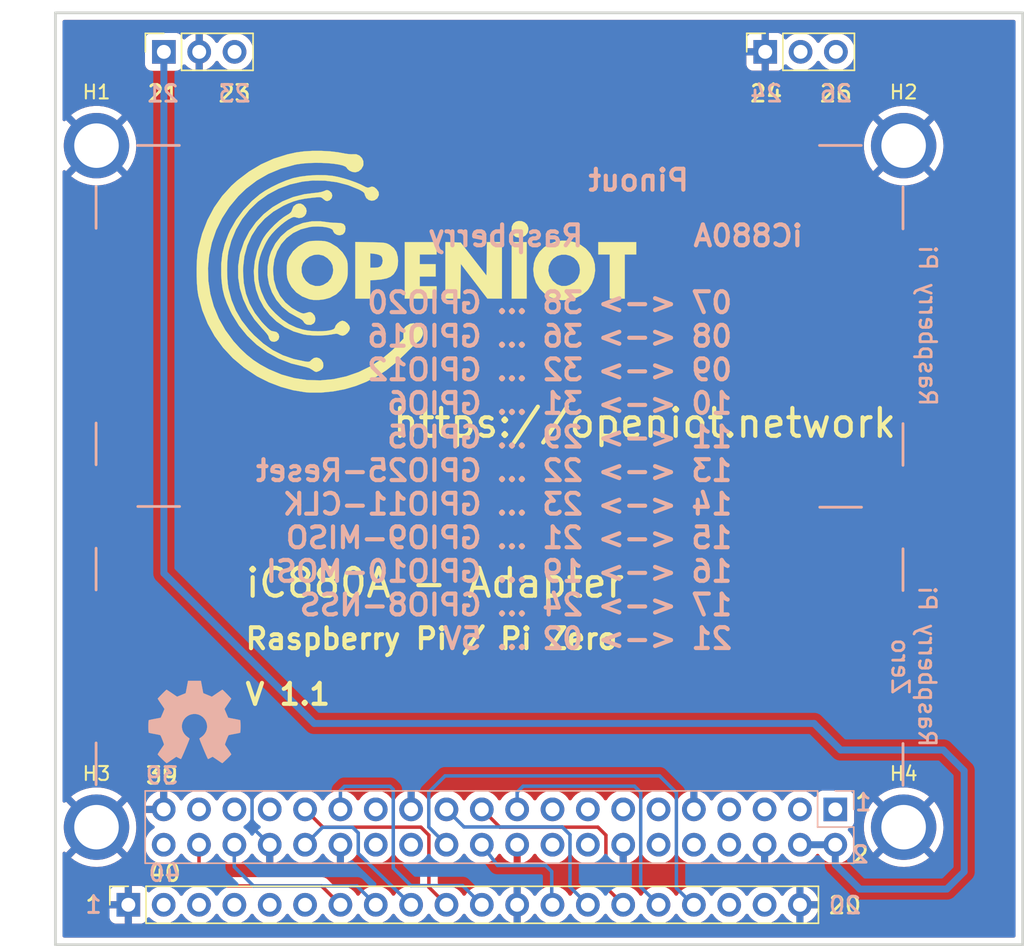
<source format=kicad_pcb>
(kicad_pcb (version 20211014) (generator pcbnew)
  (layers (0 "F.Cu" signal) (31 "B.Cu" signal) (34 "B.Paste" user) (35 "F.Paste" user) (36 "B.SilkS" user "B.Silkscreen") (37 "F.SilkS" user "F.Silkscreen") (38 "B.Mask" user) (39 "F.Mask" user) (44 "Edge.Cuts" user))
  (net 0 "")
  (net 1 "+5V")
  (net 2 "GND")
  (net 3 "GPIO25")
  (net 4 "GPIO5")
  (net 5 "GPIO6")
  (net 6 "GPIO12")
  (net 7 "GPIO16")
  (net 8 "GPIO20")
  (net 9 "GPIO10_SPI0_MOSI")
  (net 10 "GPIO9_SPI0_MISO")
  (net 11 "GPIO11_SPI0_SCLK")
  (net 12 "GPIO8_SPI0_CS0")
  (footprint "Logos:OpenIoT_Logo_400x400" (layer "F.Cu") (at 102.456 146.237)
    (fp_text reference "G***" hide)
    (fp_text value "LOGO" hide)
    (fp_poly (pts (xy -8.154565 -4.792206) (xy -8.076059 -4.730732) (xy -7.923388 -4.537967) (xy -7.876176 -4.329885) (xy -7.919095 -4.130408) (xy -8.036817 -3.963458) (xy -8.214015 -3.852959) (xy -8.435361 -3.822833) (xy -8.627538 -3.869995) (xy -8.732261 -3.902194) (xy -8.835787 -3.895681) (xy -8.972445 -3.840889) (xy -9.176563 -3.728248) (xy -9.213681 -3.706613) (xy -9.438195 -3.554701) (xy -9.705861 -3.342818) (xy -9.974717 -3.10525) (xy -10.107973 -2.975976) (xy -10.382993 -2.68141) (xy -10.592339 -2.410526) (xy -10.772831 -2.112012) (xy -10.885475 -1.892426) (xy -11.100322 -1.416369) (xy -11.244432 -0.993617) (xy -11.328636 -0.580135) (xy -11.363764 -0.131884) (xy -11.3665 0.0635) (xy -11.344578 0.567736) (xy -11.271098 1.017097) (xy -11.134489 1.46006) (xy -10.923182 1.945103) (xy -10.911827 1.9685) (xy -10.763442 2.250246) (xy -10.605903 2.491426) (xy -10.410698 2.730196) (xy -10.149312 3.004717) (xy -10.102833 3.051139) (xy -9.622281 3.48057) (xy -9.140464 3.805817) (xy -8.625015 4.04583) (xy -8.152798 4.192778) (xy -7.818665 4.259369) (xy -7.455097 4.300262) (xy -7.083381 4.316768) (xy -6.724802 4.310201) (xy -6.400648 4.28187) (xy -6.132206 4.23309) (xy -5.940761 4.165171) (xy -5.847601 4.079425) (xy -5.842 4.050349) (xy -5.78942 3.902278) (xy -5.658669 3.746014) (xy -5.490235 3.618637) (xy -5.324602 3.557229) (xy -5.302251 3.556) (xy -5.121746 3.610208) (xy -4.945007 3.746198) (xy -4.811986 3.924016) (xy -4.7625 4.09575) (xy -4.813984 4.267148) (xy -4.942567 4.441028) (xy -5.109448 4.577171) (xy -5.275824 4.635358) (xy -5.283237 4.6355) (xy -5.457587 4.598594) (xy -5.558028 4.547746) (xy -5.646514 4.503086) (xy -5.760694 4.492225) (xy -5.937441 4.515072) (xy -6.096033 4.546422) (xy -6.468609 4.599359) (xy -6.911386 4.623997) (xy -7.373485 4.62044) (xy -7.804028 4.588794) (xy -8.09625 4.542303) (xy -8.816271 4.325402) (xy -9.46604 4.010647) (xy -10.04108 3.608823) (xy -10.536917 3.130713) (xy -10.949076 2.587104) (xy -11.273079 1.988779) (xy -11.504453 1.346523) (xy -11.638722 0.671121) (xy -11.67141 -0.026642) (xy -11.598042 -0.735983) (xy -11.414142 -1.446115) (xy -11.115236 -2.146255) (xy -10.976268 -2.397773) (xy -10.776684 -2.683911) (xy -10.502073 -3.005984) (xy -10.183365 -3.333442) (xy -9.851487 -3.635737) (xy -9.537368 -3.882316) (xy -9.354151 -4.000066) (xy -9.135308 -4.13352) (xy -9.006708 -4.242651) (xy -8.941917 -4.353301) (xy -8.924679 -4.419973) (xy -8.823642 -4.657811) (xy -8.627626 -4.812202) (xy -8.468767 -4.862622) (xy -8.307887 -4.866425) (xy -8.154565 -4.792206)) (layer "F.SilkS") (width 0.01) (fill solid))
    (fp_poly (pts (xy 7.9375 1.9685) (xy 6.858 1.9685) (xy 6.858 -2.0955) (xy 7.9375 -2.0955) (xy 7.9375 1.9685)) (layer "F.SilkS") (width 0.01) (fill solid))
    (fp_poly (pts (xy -6.198388 -8.623056) (xy -5.621992 -8.554051) (xy -5.404299 -8.513908) (xy -5.111707 -8.459655) (xy -4.848587 -8.423334) (xy -4.650018 -8.40913) (xy -4.569502 -8.414299) (xy -4.308308 -8.414566) (xy -4.077428 -8.313819) (xy -3.899493 -8.136853) (xy -3.797137 -7.908467) (xy -3.792993 -7.653456) (xy -3.81147 -7.583798) (xy -3.94228 -7.348486) (xy -4.139983 -7.182211) (xy -4.370532 -7.112585) (xy -4.393217 -7.112001) (xy -4.610749 -7.147854) (xy -4.812092 -7.239511) (xy -4.951883 -7.363117) (xy -4.982301 -7.421782) (xy -5.075012 -7.518353) (xy -5.275893 -7.602377) (xy -5.566624 -7.67271) (xy -5.928887 -7.728211) (xy -6.344366 -7.767738) (xy -6.794742 -7.790149) (xy -7.261696 -7.794302) (xy -7.726912 -7.779056) (xy -8.17207 -7.743267) (xy -8.578854 -7.685795) (xy -8.73125 -7.655488) (xy -9.715138 -7.379749) (xy -10.626655 -6.999812) (xy -11.46695 -6.515038) (xy -12.237172 -5.924787) (xy -12.786093 -5.394954) (xy -13.428685 -4.624257) (xy -13.959279 -3.803846) (xy -14.37799 -2.943293) (xy -14.684933 -2.052175) (xy -14.880225 -1.140064) (xy -14.96398 -0.216535) (xy -14.936313 0.708837) (xy -14.79734 1.626478) (xy -14.547176 2.526814) (xy -14.185937 3.40027) (xy -13.713738 4.237273) (xy -13.130694 5.028247) (xy -12.65423 5.551882) (xy -12.179889 6.001044) (xy -11.712307 6.375467) (xy -11.208632 6.706) (xy -10.62601 7.02349) (xy -10.57275 7.050226) (xy -9.682442 7.42582) (xy -8.764447 7.682387) (xy -7.829651 7.821904) (xy -6.888936 7.846347) (xy -5.953188 7.757692) (xy -5.03329 7.557913) (xy -4.140128 7.248986) (xy -3.284585 6.832888) (xy -2.477545 6.311593) (xy -1.729894 5.687077) (xy -1.433199 5.391315) (xy -0.913664 4.84538) (xy -0.917207 4.481346) (xy -0.912234 4.265115) (xy -0.879871 4.126383) (xy -0.801875 4.015976) (xy -0.713374 3.931906) (xy -0.460591 3.778954) (xy -0.192057 3.736567) (xy 0.064695 3.797184) (xy 0.282133 3.953244) (xy 0.432723 4.197187) (xy 0.451164 4.251704) (xy 0.490381 4.435345) (xy 0.469454 4.58911) (xy 0.405067 4.739921) (xy 0.299801 4.909122) (xy 0.184919 5.029585) (xy 0.155968 5.047748) (xy 0.07092 5.112078) (xy -0.085932 5.251611) (xy -0.297773 5.450579) (xy -0.547788 5.693215) (xy -0.796532 5.940918) (xy -1.48422 6.587752) (xy -2.163616 7.127901) (xy -2.859277 7.57736) (xy -3.59576 7.952121) (xy -4.337787 8.247256) (xy -5.1371 8.481178) (xy -5.984594 8.642028) (xy -6.839811 8.724772) (xy -7.662292 8.724373) (xy -7.973615 8.699747) (xy -8.838085 8.557436) (xy -9.721481 8.315068) (xy -10.584863 7.985637) (xy -11.389289 7.582135) (xy -11.478202 7.530422) (xy -12.377144 6.929949) (xy -13.180769 6.249053) (xy -13.885682 5.49244) (xy -14.48849 4.664814) (xy -14.985797 3.770881) (xy -15.374208 2.815346) (xy -15.650328 1.802914) (xy -15.666164 1.726071) (xy -15.722269 1.347882) (xy -15.760394 0.881909) (xy -15.780541 0.362305) (xy -15.782718 -0.176777) (xy -15.766929 -0.701183) (xy -15.733179 -1.176761) (xy -15.681474 -1.569355) (xy -15.665645 -1.651) (xy -15.385309 -2.704936) (xy -15.005178 -3.683844) (xy -14.526627 -4.585339) (xy -13.95103 -5.407033) (xy -13.279761 -6.146541) (xy -12.85875 -6.527095) (xy -12.019525 -7.165261) (xy -11.154522 -7.684792) (xy -10.246877 -8.093742) (xy -9.279729 -8.400161) (xy -8.636 -8.54348) (xy -8.096593 -8.617534) (xy -7.480589 -8.655208) (xy -6.832887 -8.656912) (xy -6.198388 -8.623056)) (layer "F.SilkS") (width 0.01) (fill solid))
    (fp_poly (pts (xy -6.804247 -2.185182) (xy -6.580316 -2.165579) (xy -6.39727 -2.123362) (xy -6.212168 -2.051099) (xy -6.15188 -2.023418) (xy -5.68386 -1.739506) (xy -5.31058 -1.371365) (xy -5.107818 -1.067026) (xy -5.018749 -0.894538) (xy -4.963502 -0.742574) (xy -4.93415 -0.57116) (xy -4.922769 -0.340323) (xy -4.92125 -0.126037) (xy -4.925047 0.170669) (xy -4.94246 0.384888) (xy -4.982527 0.561047) (xy -5.054283 0.743577) (xy -5.130787 0.904177) (xy -5.402847 1.331531) (xy -5.752941 1.660219) (xy -6.188848 1.897374) (xy -6.232826 1.914575) (xy -6.597051 2.015151) (xy -7.00014 2.065724) (xy -7.389946 2.062781) (xy -7.6835 2.012294) (xy -8.200875 1.807475) (xy -8.624179 1.518496) (xy -8.956892 1.142519) (xy -9.138011 0.8255) (xy -9.222219 0.62581) (xy -9.272298 0.437243) (xy -9.296418 0.214134) (xy -9.302749 -0.089185) (xy -9.30275 -0.09525) (xy -9.299849 -0.257903) (xy -8.242887 -0.257903) (xy -8.23328 0.073631) (xy -8.129204 0.397777) (xy -7.941292 0.68469) (xy -7.680176 0.90453) (xy -7.609315 0.943246) (xy -7.264222 1.060506) (xy -6.930184 1.057349) (xy -6.68366 0.981828) (xy -6.355655 0.781657) (xy -6.122419 0.501461) (xy -5.993063 0.154982) (xy -5.969 -0.095874) (xy -6.009382 -0.415655) (xy -6.141745 -0.687093) (xy -6.377149 -0.939942) (xy -6.675377 -1.124322) (xy -7.006888 -1.201342) (xy -7.346393 -1.176331) (xy -7.668603 -1.054616) (xy -7.948231 -0.841525) (xy -8.147392 -0.566985) (xy -8.242887 -0.257903) (xy -9.299849 -0.257903) (xy -9.297442 -0.392831) (xy -9.275715 -0.609227) (xy -9.228868 -0.790019) (xy -9.148199 -0.980788) (xy -9.124255 -1.03024) (xy -8.853013 -1.439624) (xy -8.475803 -1.782243) (xy -8.0645 -2.022891) (xy -7.873039 -2.104752) (xy -7.693235 -2.154777) (xy -7.482436 -2.180433) (xy -7.19799 -2.189185) (xy -7.112 -2.189603) (xy -6.804247 -2.185182)) (layer "F.SilkS") (width 0.01) (fill solid))
    (fp_poly (pts (xy 10.922399 -2.187085) (xy 11.375845 -2.088459) (xy 11.801895 -1.903433) (xy 12.183533 -1.632212) (xy 12.503742 -1.275002) (xy 12.715412 -0.902794) (xy 12.83509 -0.487413) (xy 12.854848 -0.031176) (xy 12.780276 0.43608) (xy 12.616962 0.884523) (xy 12.370496 1.284317) (xy 12.287042 1.383818) (xy 11.934568 1.685644) (xy 11.505042 1.908098) (xy 11.026785 2.042695) (xy 10.528118 2.080956) (xy 10.118327 2.033327) (xy 9.646576 1.870287) (xy 9.221836 1.60109) (xy 8.867104 1.244291) (xy 8.605376 0.81844) (xy 8.601302 0.809464) (xy 8.455343 0.352717) (xy 8.417521 -0.031496) (xy 9.4893 -0.031496) (xy 9.573975 0.31785) (xy 9.775264 0.648393) (xy 9.821672 0.702228) (xy 10.111858 0.940134) (xy 10.438204 1.058737) (xy 10.788288 1.05518) (xy 11.034297 0.981219) (xy 11.374789 0.780996) (xy 11.610199 0.509673) (xy 11.739259 0.169143) (xy 11.765642 -0.108683) (xy 11.710948 -0.451429) (xy 11.560999 -0.737357) (xy 11.337 -0.960312) (xy 11.060154 -1.114139) (xy 10.751662 -1.192684) (xy 10.432729 -1.189792) (xy 10.124557 -1.099308) (xy 9.848349 -0.915078) (xy 9.677104 -0.714927) (xy 9.523067 -0.381726) (xy 9.4893 -0.031496) (xy 8.417521 -0.031496) (xy 8.408016 -0.128051) (xy 8.45977 -0.596717) (xy 8.579335 -0.952887) (xy 8.839809 -1.376993) (xy 9.174986 -1.713461) (xy 9.56785 -1.962498) (xy 10.001385 -2.124311) (xy 10.458573 -2.199104) (xy 10.922399 -2.187085)) (layer "F.SilkS") (width 0.01) (fill solid))
    (fp_poly (pts (xy -6.536195 -6.908646) (xy -6.025846 -6.862345) (xy -5.639546 -6.788668) (xy -5.200601 -6.675611) (xy -4.748703 -6.535929) (xy -4.323545 -6.382379) (xy -3.964819 -6.227717) (xy -3.824337 -6.154838) (xy -3.61608 -6.048119) (xy -3.477755 -6.008238) (xy -3.377216 -6.026477) (xy -3.368137 -6.03109) (xy -3.188385 -6.09045) (xy -3.024855 -6.04963) (xy -2.852616 -5.910385) (xy -2.703081 -5.698501) (xy -2.680308 -5.486436) (xy -2.784102 -5.270631) (xy -2.815701 -5.231708) (xy -2.99994 -5.1008) (xy -3.21298 -5.069672) (xy -3.421115 -5.127549) (xy -3.590643 -5.263657) (xy -3.68786 -5.467221) (xy -3.695412 -5.512942) (xy -3.728854 -5.612178) (xy -3.819145 -5.704099) (xy -3.99014 -5.808633) (xy -4.142081 -5.88603) (xy -4.901536 -6.19275) (xy -5.722402 -6.403442) (xy -6.579027 -6.514538) (xy -7.445756 -6.522468) (xy -8.16768 -6.446012) (xy -9.062768 -6.240798) (xy -9.899366 -5.928728) (xy -10.670272 -5.51658) (xy -11.368282 -5.011127) (xy -11.986192 -4.419145) (xy -12.516801 -3.747411) (xy -12.952904 -3.002699) (xy -13.287299 -2.191785) (xy -13.489361 -1.440238) (xy -13.544308 -1.065632) (xy -13.577405 -0.607142) (xy -13.588666 -0.105987) (xy -13.578107 0.396612) (xy -13.54574 0.859438) (xy -13.49158 1.241269) (xy -13.488443 1.256802) (xy -13.269046 2.079237) (xy -12.958799 2.832663) (xy -12.54769 3.535314) (xy -12.025707 4.205427) (xy -11.650839 4.60375) (xy -10.989626 5.197002) (xy -10.30655 5.672858) (xy -9.583072 6.040879) (xy -8.800652 6.310624) (xy -8.011692 6.480397) (xy -7.810928 6.507785) (xy -7.689205 6.499724) (xy -7.601033 6.445671) (xy -7.529617 6.368681) (xy -7.348029 6.233548) (xy -7.150458 6.202562) (xy -6.960349 6.259145) (xy -6.801146 6.386718) (xy -6.696293 6.568705) (xy -6.669234 6.788526) (xy -6.706946 6.950405) (xy -6.795948 7.055602) (xy -6.952845 7.158828) (xy -7.122246 7.22761) (xy -7.199225 7.239) (xy -7.306777 7.20048) (xy -7.4503 7.105741) (xy -7.475344 7.085362) (xy -7.676658 6.969175) (xy -7.954622 6.879992) (xy -8.038652 6.862687) (xy -8.984822 6.629348) (xy -9.875238 6.285402) (xy -10.702565 5.836398) (xy -11.459471 5.287888) (xy -12.13862 4.64542) (xy -12.732678 3.914546) (xy -13.234312 3.100815) (xy -13.373196 2.82575) (xy -13.618213 2.276109) (xy -13.79392 1.778962) (xy -13.91174 1.288769) (xy -13.983096 0.759987) (xy -14.014865 0.267679) (xy -14.013172 -0.530128) (xy -13.932583 -1.258472) (xy -13.765984 -1.952662) (xy -13.506257 -2.648006) (xy -13.36582 -2.95275) (xy -12.94432 -3.692769) (xy -12.41957 -4.39941) (xy -11.815236 -5.043921) (xy -11.242744 -5.532037) (xy -10.861893 -5.78892) (xy -10.397194 -6.051736) (xy -9.889202 -6.300849) (xy -9.37847 -6.516627) (xy -8.90555 -6.679433) (xy -8.8265 -6.70189) (xy -8.321273 -6.808643) (xy -7.73997 -6.880472) (xy -7.129357 -6.9147) (xy -6.536195 -6.908646)) (layer "F.SilkS") (width 0.01) (fill solid))
    (fp_poly (pts (xy 2.646061 -2.082098) (xy 3.196623 -2.06375) (xy 4.122436 -0.876216) (xy 5.04825 0.311319) (xy 5.065496 -0.892091) (xy 5.082742 -2.0955) (xy 6.1595 -2.0955) (xy 6.1595 1.9685) (xy 5.11175 1.964444) (xy 4.15925 0.72183) (xy 3.20675 -0.520785) (xy 3.189532 0.723857) (xy 3.172315 1.9685) (xy 2.0955 1.9685) (xy 2.0955 -2.100445) (xy 2.646061 -2.082098)) (layer "F.SilkS") (width 0.01) (fill solid))
    (fp_poly (pts (xy 7.589731 -3.598713) (xy 7.796439 -3.508243) (xy 7.959792 -3.352892) (xy 8.052783 -3.137258) (xy 8.0645 -3.01625) (xy 8.008678 -2.773042) (xy 7.861496 -2.580774) (xy 7.653381 -2.454368) (xy 7.414758 -2.408746) (xy 7.176054 -2.458832) (xy 7.064428 -2.52577) (xy 6.915258 -2.714758) (xy 6.847725 -2.966279) (xy 6.8695 -3.21978) (xy 6.979551 -3.434835) (xy 7.154279 -3.566609) (xy 7.366675 -3.619702) (xy 7.589731 -3.598713)) (layer "F.SilkS") (width 0.01) (fill solid))
    (fp_poly (pts (xy 1.4605 -1.2065) (xy 0.254 -1.2065) (xy 0.254 -0.508) (xy 1.397 -0.508) (xy 1.397 0.381) (xy 0.254 0.381) (xy 0.254 1.0795) (xy 1.4605 1.0795) (xy 1.4605 1.9685) (xy -0.8255 1.9685) (xy -0.8255 -2.0955) (xy 1.4605 -2.0955) (xy 1.4605 -1.2065)) (layer "F.SilkS") (width 0.01) (fill solid))
    (fp_poly (pts (xy -3.286125 -2.085909) (xy -2.88707 -2.077086) (xy -2.592246 -2.067013) (xy -2.378899 -2.052438) (xy -2.224275 -2.030114) (xy -2.105621 -1.99679) (xy -2.000183 -1.949217) (xy -1.889018 -1.886386) (xy -1.605976 -1.665024) (xy -1.420611 -1.38372) (xy -1.32468 -1.026533) (xy -1.306503 -0.760389) (xy -1.318657 -0.470067) (xy -1.372464 -0.237373) (xy -1.462989 -0.032627) (xy -1.626813 0.213225) (xy -1.840841 0.391635) (xy -2.12575 0.512988) (xy -2.502218 0.58767) (xy -2.746375 0.611912) (xy -3.302 0.653735) (xy -3.302 1.9685) (xy -4.3815 1.9685) (xy -4.3815 -0.254) (xy -3.302 -0.254) (xy -2.9845 -0.254) (xy -2.744404 -0.27394) (xy -2.586167 -0.341362) (xy -2.54 -0.381) (xy -2.442174 -0.552622) (xy -2.411675 -0.769158) (xy -2.449151 -0.976945) (xy -2.531292 -1.103369) (xy -2.662317 -1.173256) (xy -2.862319 -1.230454) (xy -2.975792 -1.249056) (xy -3.302 -1.28769) (xy -3.302 -0.254) (xy -4.3815 -0.254) (xy -4.3815 -2.108067) (xy -3.286125 -2.085909)) (layer "F.SilkS") (width 0.01) (fill solid))
    (fp_poly (pts (xy -6.588125 -3.557241) (xy -6.288646 -3.515666) (xy -5.985745 -3.487915) (xy -5.739927 -3.479371) (xy -5.718271 -3.479856) (xy -5.415021 -3.463902) (xy -5.215724 -3.388384) (xy -5.108251 -3.245255) (xy -5.08 -3.056378) (xy -5.129562 -2.813289) (xy -5.269674 -2.651083) (xy -5.487479 -2.583471) (xy -5.5245 -2.582334) (xy -5.706354 -2.622532) (xy -5.865812 -2.722347) (xy -5.959582 -2.850613) (xy -5.969 -2.902332) (xy -6.028378 -3.001572) (xy -6.190867 -3.086645) (xy -6.433003 -3.153753) (xy -6.731323 -3.199101) (xy -7.062361 -3.218891) (xy -7.402654 -3.209326) (xy -7.66906 -3.177436) (xy -8.292133 -3.013312) (xy -8.844108 -2.748133) (xy -9.317707 -2.390644) (xy -9.705653 -1.949589) (xy -10.000668 -1.433713) (xy -10.195475 -0.85176) (xy -10.282796 -0.212476) (xy -10.287 -0.031751) (xy -10.229401 0.623372) (xy -10.060045 1.226707) (xy -9.784101 1.769707) (xy -9.406735 2.243824) (xy -8.933113 2.64051) (xy -8.529085 2.876519) (xy -8.315755 2.978157) (xy -8.17188 3.027798) (xy -8.05453 3.032588) (xy -7.920772 2.999674) (xy -7.876135 2.985204) (xy -7.702378 2.93657) (xy -7.587549 2.941556) (xy -7.472942 3.005909) (xy -7.4433 3.027584) (xy -7.29923 3.201151) (xy -7.243928 3.41505) (xy -7.282319 3.625734) (xy -7.362383 3.742882) (xy -7.556649 3.854066) (xy -7.798601 3.848336) (xy -7.916041 3.810086) (xy -8.044083 3.710942) (xy -8.09543 3.622084) (xy -8.185357 3.512526) (xy -8.383472 3.38453) (xy -8.549512 3.302642) (xy -9.137565 2.970415) (xy -9.64 2.553006) (xy -10.051587 2.06355) (xy -10.3671 1.51518) (xy -10.581309 0.921032) (xy -10.688986 0.294241) (xy -10.684905 -0.352059) (xy -10.563835 -1.004732) (xy -10.425876 -1.411449) (xy -10.127521 -1.991268) (xy -9.736216 -2.49474) (xy -9.265933 -2.914052) (xy -8.730641 -3.241395) (xy -8.144311 -3.468956) (xy -7.520914 -3.588924) (xy -6.87442 -3.593489) (xy -6.588125 -3.557241)) (layer "F.SilkS") (width 0.01) (fill solid))
    (fp_poly (pts (xy -6.356636 -5.831561) (xy -6.23772 -5.775747) (xy -6.086203 -5.630925) (xy -6.031672 -5.447082) (xy -6.07299 -5.262725) (xy -6.209019 -5.116358) (xy -6.257986 -5.09008) (xy -6.390576 -5.04659) (xy -6.504622 -5.067129) (xy -6.643491 -5.164544) (xy -6.711997 -5.224577) (xy -6.782963 -5.28036) (xy -6.862783 -5.312636) (xy -6.979298 -5.323358) (xy -7.160348 -5.314482) (xy -7.433771 -5.287963) (xy -7.505747 -5.280312) (xy -8.012072 -5.215454) (xy -8.435896 -5.132847) (xy -8.821608 -5.02) (xy -9.213598 -4.864422) (xy -9.55675 -4.703162) (xy -10.268274 -4.285937) (xy -10.886826 -3.784659) (xy -11.408284 -3.20602) (xy -11.828527 -2.556709) (xy -12.143433 -1.84342) (xy -12.34888 -1.072843) (xy -12.440747 -0.25167) (xy -12.445556 -0.013198) (xy -12.395284 0.830241) (xy -12.24054 1.606341) (xy -11.977071 2.325772) (xy -11.600623 2.999201) (xy -11.106943 3.637299) (xy -10.902412 3.857625) (xy -10.683874 4.076059) (xy -10.524706 4.21439) (xy -10.401768 4.289058) (xy -10.291916 4.316503) (xy -10.254361 4.318) (xy -10.038888 4.370994) (xy -9.893056 4.513616) (xy -9.8425 4.710033) (xy -9.895901 4.894261) (xy -10.03057 5.021292) (xy -10.208209 5.076326) (xy -10.390521 5.044565) (xy -10.499409 4.963874) (xy -10.582842 4.82096) (xy -10.6045 4.718931) (xy -10.648527 4.6164) (xy -10.76944 4.449834) (xy -10.950487 4.240995) (xy -11.065028 4.120682) (xy -11.628462 3.464064) (xy -12.086476 2.755643) (xy -12.43581 2.006708) (xy -12.673205 1.228552) (xy -12.795399 0.432466) (xy -12.799135 -0.370259) (xy -12.681152 -1.168331) (xy -12.640209 -1.335795) (xy -12.369444 -2.127447) (xy -11.992673 -2.858417) (xy -11.519277 -3.521076) (xy -10.958639 -4.107793) (xy -10.320141 -4.610938) (xy -9.613163 -5.022881) (xy -8.847089 -5.335994) (xy -8.031301 -5.542645) (xy -7.366 -5.625054) (xy -7.074492 -5.656293) (xy -6.815569 -5.704126) (xy -6.633617 -5.760106) (xy -6.618271 -5.767369) (xy -6.466784 -5.832332) (xy -6.356636 -5.831561)) (layer "F.SilkS") (width 0.01) (fill solid))
    (fp_poly (pts (xy 15.8115 -1.2065) (xy 14.986 -1.2065) (xy 14.986 1.9685) (xy 13.9065 1.9685) (xy 13.9065 -1.2065) (xy 13.081 -1.2065) (xy 13.081 -2.0955) (xy 15.8115 -2.0955) (xy 15.8115 -1.2065)) (layer "F.SilkS") (width 0.01) (fill solid))
  )
  (footprint "Connector_PinSocket_2.54mm:PinSocket_1x03_P2.54mm_Vertical" (layer "F.Cu") (at 84.3204 130.4636 90)
    (fp_text reference "J3" hide)
    (fp_text value "iC880 Header 1x3 (21-23)")
    (fp_line (start -1.33 1.27) (end -1.33 6.41) (layer "F.SilkS") (width 0.12))
    (fp_line (start 1.33 1.27) (end 1.33 6.41) (layer "F.SilkS") (width 0.12))
    (fp_line (start 1.33 -1.33) (end 1.33 0) (layer "F.SilkS") (width 0.12))
    (fp_line (start -1.33 6.41) (end 1.33 6.41) (layer "F.SilkS") (width 0.12))
    (fp_line (start 0 -1.33) (end 1.33 -1.33) (layer "F.SilkS") (width 0.12))
    (fp_line (start -1.33 1.27) (end 1.33 1.27) (layer "F.SilkS") (width 0.12))
    (pad "1" thru_hole rect locked (at 0 0 90) (size 1.7 1.7) (drill 1) (layers *.Cu *.Mask) (net 1 "+5V"))
    (pad "2" thru_hole oval locked (at 0 2.54 90) (size 1.7 1.7) (drill 1) (layers *.Cu *.Mask) (net 2 "GND"))
    (pad "3" thru_hole oval locked (at 0 5.08 90) (size 1.7 1.7) (drill 1) (layers *.Cu *.Mask))
  )
  (footprint "Connector_PinSocket_2.54mm:PinSocket_1x03_P2.54mm_Vertical" (layer "F.Cu") (at 127.534 130.461 90)
    (fp_text reference "J4" hide)
    (fp_text value "iC880 Header 1x3 (24-26)")
    (fp_line (start -1.33 1.27) (end 1.33 1.27) (layer "F.SilkS") (width 0.12))
    (fp_line (start -1.33 1.27) (end -1.33 6.41) (layer "F.SilkS") (width 0.12))
    (fp_line (start 0 -1.33) (end 1.33 -1.33) (layer "F.SilkS") (width 0.12))
    (fp_line (start 1.33 1.27) (end 1.33 6.41) (layer "F.SilkS") (width 0.12))
    (fp_line (start 1.33 -1.33) (end 1.33 0) (layer "F.SilkS") (width 0.12))
    (fp_line (start -1.33 6.41) (end 1.33 6.41) (layer "F.SilkS") (width 0.12))
    (pad "1" thru_hole rect locked (at 0 0 90) (size 1.7 1.7) (drill 1) (layers *.Cu *.Mask) (net 2 "GND"))
    (pad "2" thru_hole oval locked (at 0 2.54 90) (size 1.7 1.7) (drill 1) (layers *.Cu *.Mask))
    (pad "3" thru_hole oval locked (at 0 5.08 90) (size 1.7 1.7) (drill 1) (layers *.Cu *.Mask))
  )
  (footprint "Connector_PinSocket_2.54mm:PinSocket_1x20_P2.54mm_Vertical" (layer "F.Cu") (at 81.76792 191.78668 90)
    (fp_text reference "J2" hide)
    (fp_text value "iC880 Header 1x20")
    (fp_line (start 1.33 -1.33) (end 1.33 0) (layer "F.SilkS") (width 0.12))
    (fp_line (start 1.33 1.27) (end 1.33 49.59) (layer "F.SilkS") (width 0.12))
    (fp_line (start -1.33 1.27) (end -1.33 49.59) (layer "F.SilkS") (width 0.12))
    (fp_line (start -1.33 1.27) (end 1.33 1.27) (layer "F.SilkS") (width 0.12))
    (fp_line (start -1.33 49.59) (end 1.33 49.59) (layer "F.SilkS") (width 0.12))
    (fp_line (start 0 -1.33) (end 1.33 -1.33) (layer "F.SilkS") (width 0.12))
    (pad "1" thru_hole rect locked (at 0 0 90) (size 1.7 1.7) (drill 1) (layers *.Cu *.Mask) (net 2 "GND"))
    (pad "2" thru_hole oval locked (at 0 2.54 90) (size 1.7 1.7) (drill 1) (layers *.Cu *.Mask))
    (pad "3" thru_hole oval locked (at 0 5.08 90) (size 1.7 1.7) (drill 1) (layers *.Cu *.Mask))
    (pad "4" thru_hole oval locked (at 0 7.62 90) (size 1.7 1.7) (drill 1) (layers *.Cu *.Mask))
    (pad "5" thru_hole oval locked (at 0 10.16 90) (size 1.7 1.7) (drill 1) (layers *.Cu *.Mask))
    (pad "6" thru_hole oval locked (at 0 12.7 90) (size 1.7 1.7) (drill 1) (layers *.Cu *.Mask))
    (pad "7" thru_hole oval locked (at 0 15.24 90) (size 1.7 1.7) (drill 1) (layers *.Cu *.Mask) (net 8 "GPIO20"))
    (pad "8" thru_hole oval locked (at 0 17.78 90) (size 1.7 1.7) (drill 1) (layers *.Cu *.Mask) (net 7 "GPIO16"))
    (pad "9" thru_hole oval locked (at 0 20.32 90) (size 1.7 1.7) (drill 1) (layers *.Cu *.Mask) (net 6 "GPIO12"))
    (pad "10" thru_hole oval locked (at 0 22.86 90) (size 1.7 1.7) (drill 1) (layers *.Cu *.Mask) (net 5 "GPIO6"))
    (pad "11" thru_hole oval locked (at 0 25.4 90) (size 1.7 1.7) (drill 1) (layers *.Cu *.Mask) (net 4 "GPIO5"))
    (pad "12" thru_hole oval locked (at 0 27.94 90) (size 1.7 1.7) (drill 1) (layers *.Cu *.Mask) (net 2 "GND"))
    (pad "13" thru_hole oval locked (at 0 30.48 90) (size 1.7 1.7) (drill 1) (layers *.Cu *.Mask) (net 3 "GPIO25"))
    (pad "14" thru_hole oval locked (at 0 33.02 90) (size 1.7 1.7) (drill 1) (layers *.Cu *.Mask) (net 11 "GPIO11_SPI0_SCLK"))
    (pad "15" thru_hole oval locked (at 0 35.56 90) (size 1.7 1.7) (drill 1) (layers *.Cu *.Mask) (net 10 "GPIO9_SPI0_MISO"))
    (pad "16" thru_hole oval locked (at 0 38.1 90) (size 1.7 1.7) (drill 1) (layers *.Cu *.Mask) (net 9 "GPIO10_SPI0_MOSI"))
    (pad "17" thru_hole oval locked (at 0 40.64 90) (size 1.7 1.7) (drill 1) (layers *.Cu *.Mask) (net 12 "GPIO8_SPI0_CS0"))
    (pad "18" thru_hole oval locked (at 0 43.18 90) (size 1.7 1.7) (drill 1) (layers *.Cu *.Mask))
    (pad "19" thru_hole oval locked (at 0 45.72 90) (size 1.7 1.7) (drill 1) (layers *.Cu *.Mask))
    (pad "20" thru_hole oval locked (at 0 48.26 90) (size 1.7 1.7) (drill 1) (layers *.Cu *.Mask) (net 2 "GND"))
  )
  (footprint "MountingHole:MountingHole_3.2mm_M3_ISO7380_Pad" (layer "F.Cu") (at 137.47992 137.20668)
    (fp_text reference "H2" (at 0 -3.85) (layer "F.SilkS"))
    (fp_text value "MountingHole_Pad")
    (pad "1" thru_hole circle (at 0 0) (size 4.7 4.7) (drill 3.2) (layers *.Cu *.Mask) (net 2 "GND"))
  )
  (footprint "MountingHole:MountingHole_3.2mm_M3_ISO7380_Pad" (layer "F.Cu") (at 79.47992 137.20668)
    (fp_text reference "H1" (at 0 -3.85) (layer "F.SilkS"))
    (fp_text value "MountingHole_Pad")
    (pad "1" thru_hole circle (at 0 0) (size 4.7 4.7) (drill 3.2) (layers *.Cu *.Mask) (net 2 "GND"))
  )
  (footprint "MountingHole:MountingHole_3.2mm_M3_ISO7380_Pad" (layer "F.Cu") (at 137.47992 186.20668)
    (fp_text reference "H4" (at 0 -3.85) (layer "F.SilkS"))
    (fp_text value "MountingHole_Pad")
    (pad "1" thru_hole circle (at 0 0) (size 4.7 4.7) (drill 3.2) (layers *.Cu *.Mask) (net 2 "GND"))
  )
  (footprint "MountingHole:MountingHole_3.2mm_M3_ISO7380_Pad" (layer "F.Cu") (at 79.47992 186.20668)
    (fp_text reference "H3" (at 0 -3.85) (layer "F.SilkS"))
    (fp_text value "MountingHole_Pad")
    (pad "1" thru_hole circle (at 0 0) (size 4.7 4.7) (drill 3.2) (layers *.Cu *.Mask) (net 2 "GND"))
  )
  (footprint "Connector_PinSocket_2.54mm:PinSocket_2x20_P2.54mm_Vertical" (layer "B.Cu") (at 132.56792 184.92868 90)
    (fp_text reference "J1" hide)
    (fp_text value "Raspberry PI Header")
    (fp_line (start 1.33 1.33) (end 1.33 0) (layer "B.SilkS") (width 0.12))
    (fp_line (start -3.87 1.33) (end -3.87 -49.59) (layer "B.SilkS") (width 0.12))
    (fp_line (start 0 1.33) (end 1.33 1.33) (layer "B.SilkS") (width 0.12))
    (fp_line (start -1.27 -1.27) (end 1.33 -1.27) (layer "B.SilkS") (width 0.12))
    (fp_line (start -3.87 -49.59) (end 1.33 -49.59) (layer "B.SilkS") (width 0.12))
    (fp_line (start -1.27 1.33) (end -1.27 -1.27) (layer "B.SilkS") (width 0.12))
    (fp_line (start 1.33 -1.27) (end 1.33 -49.59) (layer "B.SilkS") (width 0.12))
    (fp_line (start -3.87 1.33) (end -1.27 1.33) (layer "B.SilkS") (width 0.12))
    (pad "1" thru_hole rect locked (at 0 0 90) (size 1.7 1.7) (drill 1) (layers *.Cu *.Mask))
    (pad "2" thru_hole oval locked (at -2.54 0 90) (size 1.7 1.7) (drill 1) (layers *.Cu *.Mask) (net 1 "+5V"))
    (pad "3" thru_hole oval locked (at 0 -2.54 90) (size 1.7 1.7) (drill 1) (layers *.Cu *.Mask))
    (pad "4" thru_hole oval locked (at -2.54 -2.54 90) (size 1.7 1.7) (drill 1) (layers *.Cu *.Mask) (net 1 "+5V"))
    (pad "5" thru_hole oval locked (at 0 -5.08 90) (size 1.7 1.7) (drill 1) (layers *.Cu *.Mask))
    (pad "6" thru_hole oval locked (at -2.54 -5.08 90) (size 1.7 1.7) (drill 1) (layers *.Cu *.Mask) (net 2 "GND"))
    (pad "7" thru_hole oval locked (at 0 -7.62 90) (size 1.7 1.7) (drill 1) (layers *.Cu *.Mask))
    (pad "8" thru_hole oval locked (at -2.54 -7.62 90) (size 1.7 1.7) (drill 1) (layers *.Cu *.Mask))
    (pad "9" thru_hole oval locked (at 0 -10.16 90) (size 1.7 1.7) (drill 1) (layers *.Cu *.Mask) (net 2 "GND"))
    (pad "10" thru_hole oval locked (at -2.54 -10.16 90) (size 1.7 1.7) (drill 1) (layers *.Cu *.Mask))
    (pad "11" thru_hole oval locked (at 0 -12.7 90) (size 1.7 1.7) (drill 1) (layers *.Cu *.Mask))
    (pad "12" thru_hole oval locked (at -2.54 -12.7 90) (size 1.7 1.7) (drill 1) (layers *.Cu *.Mask))
    (pad "13" thru_hole oval locked (at 0 -15.24 90) (size 1.7 1.7) (drill 1) (layers *.Cu *.Mask))
    (pad "14" thru_hole oval locked (at -2.54 -15.24 90) (size 1.7 1.7) (drill 1) (layers *.Cu *.Mask) (net 2 "GND"))
    (pad "15" thru_hole oval locked (at 0 -17.78 90) (size 1.7 1.7) (drill 1) (layers *.Cu *.Mask))
    (pad "16" thru_hole oval locked (at -2.54 -17.78 90) (size 1.7 1.7) (drill 1) (layers *.Cu *.Mask))
    (pad "17" thru_hole oval locked (at 0 -20.32 90) (size 1.7 1.7) (drill 1) (layers *.Cu *.Mask))
    (pad "18" thru_hole oval locked (at -2.54 -20.32 90) (size 1.7 1.7) (drill 1) (layers *.Cu *.Mask))
    (pad "19" thru_hole oval locked (at 0 -22.86 90) (size 1.7 1.7) (drill 1) (layers *.Cu *.Mask) (net 9 "GPIO10_SPI0_MOSI"))
    (pad "20" thru_hole oval locked (at -2.54 -22.86 90) (size 1.7 1.7) (drill 1) (layers *.Cu *.Mask) (net 2 "GND"))
    (pad "21" thru_hole oval locked (at 0 -25.4 90) (size 1.7 1.7) (drill 1) (layers *.Cu *.Mask) (net 10 "GPIO9_SPI0_MISO"))
    (pad "22" thru_hole oval locked (at -2.54 -25.4 90) (size 1.7 1.7) (drill 1) (layers *.Cu *.Mask) (net 3 "GPIO25"))
    (pad "23" thru_hole oval locked (at 0 -27.94 90) (size 1.7 1.7) (drill 1) (layers *.Cu *.Mask) (net 11 "GPIO11_SPI0_SCLK"))
    (pad "24" thru_hole oval locked (at -2.54 -27.94 90) (size 1.7 1.7) (drill 1) (layers *.Cu *.Mask) (net 12 "GPIO8_SPI0_CS0"))
    (pad "25" thru_hole oval locked (at 0 -30.48 90) (size 1.7 1.7) (drill 1) (layers *.Cu *.Mask) (net 2 "GND"))
    (pad "26" thru_hole oval locked (at -2.54 -30.48 90) (size 1.7 1.7) (drill 1) (layers *.Cu *.Mask))
    (pad "27" thru_hole oval locked (at 0 -33.02 90) (size 1.7 1.7) (drill 1) (layers *.Cu *.Mask))
    (pad "28" thru_hole oval locked (at -2.54 -33.02 90) (size 1.7 1.7) (drill 1) (layers *.Cu *.Mask))
    (pad "29" thru_hole oval locked (at 0 -35.56 90) (size 1.7 1.7) (drill 1) (layers *.Cu *.Mask) (net 4 "GPIO5"))
    (pad "30" thru_hole oval locked (at -2.54 -35.56 90) (size 1.7 1.7) (drill 1) (layers *.Cu *.Mask) (net 2 "GND"))
    (pad "31" thru_hole oval locked (at 0 -38.1 90) (size 1.7 1.7) (drill 1) (layers *.Cu *.Mask) (net 5 "GPIO6"))
    (pad "32" thru_hole oval locked (at -2.54 -38.1 90) (size 1.7 1.7) (drill 1) (layers *.Cu *.Mask) (net 6 "GPIO12"))
    (pad "33" thru_hole oval locked (at 0 -40.64 90) (size 1.7 1.7) (drill 1) (layers *.Cu *.Mask))
    (pad "34" thru_hole oval locked (at -2.54 -40.64 90) (size 1.7 1.7) (drill 1) (layers *.Cu *.Mask) (net 2 "GND"))
    (pad "35" thru_hole oval locked (at 0 -43.18 90) (size 1.7 1.7) (drill 1) (layers *.Cu *.Mask))
    (pad "36" thru_hole oval locked (at -2.54 -43.18 90) (size 1.7 1.7) (drill 1) (layers *.Cu *.Mask) (net 7 "GPIO16"))
    (pad "37" thru_hole oval locked (at 0 -45.72 90) (size 1.7 1.7) (drill 1) (layers *.Cu *.Mask))
    (pad "38" thru_hole oval locked (at -2.54 -45.72 90) (size 1.7 1.7) (drill 1) (layers *.Cu *.Mask) (net 8 "GPIO20"))
    (pad "39" thru_hole oval locked (at 0 -48.26 90) (size 1.7 1.7) (drill 1) (layers *.Cu *.Mask) (net 2 "GND"))
    (pad "40" thru_hole oval locked (at -2.54 -48.26 90) (size 1.7 1.7) (drill 1) (layers *.Cu *.Mask))
  )
  (footprint "Symbol:OSHW-Symbol_6.7x6mm_SilkScreen" (layer "B.Cu") (at 86.52992 178.65668 180)
    (fp_text reference "REF**" hide)
    (fp_text value "OSHW-Symbol_6.7x6mm_SilkScreen" hide)
    (fp_poly (pts (xy 0.555814 2.531069) (xy 0.639635 2.086445) (xy 0.94892 1.958947) (xy 1.258206 1.831449) (xy 1.629246 2.083754) (xy 1.733157 2.154004) (xy 1.827087 2.216728) (xy 1.906652 2.269062) (xy 1.96747 2.308143) (xy 2.005157 2.331107) (xy 2.015421 2.336058) (xy 2.03391 2.323324) (xy 2.07342 2.288118) (xy 2.129522 2.234938) (xy 2.197787 2.168282) (xy 2.273786 2.092646) (xy 2.353092 2.012528) (xy 2.431275 1.932426) (xy 2.503907 1.856836) (xy 2.566559 1.790255) (xy 2.614803 1.737182) (xy 2.64421 1.702113) (xy 2.651241 1.690377) (xy 2.641123 1.66874) (xy 2.612759 1.621338) (xy 2.569129 1.552807) (xy 2.513218 1.467785) (xy 2.448006 1.370907) (xy 2.410219 1.31565) (xy 2.341343 1.214752) (xy 2.28014 1.123701) (xy 2.229578 1.04703) (xy 2.192628 0.989272) (xy 2.172258 0.954957) (xy 2.169197 0.947746) (xy 2.176136 0.927252) (xy 2.195051 0.879487) (xy 2.223087 0.811168) (xy 2.257391 0.729011) (xy 2.295109 0.63973) (xy 2.333387 0.550042) (xy 2.36937 0.466662) (xy 2.400206 0.396306) (xy 2.423039 0.34569) (xy 2.435017 0.321529) (xy 2.435724 0.320578) (xy 2.454531 0.315964) (xy 2.504618 0.305672) (xy 2.580793 0.290713) (xy 2.677865 0.272099) (xy 2.790643 0.250841) (xy 2.856442 0.238582) (xy 2.97695 0.215638) (xy 3.085797 0.193805) (xy 3.177476 0.174278) (xy 3.246481 0.158252) (xy 3.287304 0.146921) (xy 3.295511 0.143326) (xy 3.303548 0.118994) (xy 3.310033 0.064041) (xy 3.31497 -0.015108) (xy 3.318364 -0.112026) (xy 3.320218 -0.220287) (xy 3.320538 -0.333465) (xy 3.319327 -0.445135) (xy 3.31659 -0.548868) (xy 3.312331 -0.638241) (xy 3.306555 -0.706826) (xy 3.299267 -0.748197) (xy 3.294895 -0.75681) (xy 3.268764 -0.767133) (xy 3.213393 -0.781892) (xy 3.136107 -0.799352) (xy 3.04423 -0.81778) (xy 3.012158 -0.823741) (xy 2.857524 -0.852066) (xy 2.735375 -0.874876) (xy 2.641673 -0.89308) (xy 2.572384 -0.907583) (xy 2.523471 -0.919292) (xy 2.490897 -0.929115) (xy 2.470628 -0.937956) (xy 2.458626 -0.946724) (xy 2.456947 -0.948457) (xy 2.440184 -0.976371) (xy 2.414614 -1.030695) (xy 2.382788 -1.104777) (xy 2.34726 -1.191965) (xy 2.310583 -1.285608) (xy 2.275311 -1.379052) (xy 2.243996 -1.465647) (xy 2.219193 -1.53874) (xy 2.203454 -1.591678) (xy 2.199332 -1.617811) (xy 2.199676 -1.618726) (xy 2.213641 -1.640086) (xy 2.245322 -1.687084) (xy 2.291391 -1.754827) (xy 2.348518 -1.838423) (xy 2.413373 -1.932982) (xy 2.431843 -1.959854) (xy 2.497699 -2.057275) (xy 2.55565 -2.146163) (xy 2.602538 -2.221412) (xy 2.635207 -2.27792) (xy 2.6505 -2.310581) (xy 2.651241 -2.314593) (xy 2.638392 -2.335684) (xy 2.602888 -2.377464) (xy 2.549293 -2.435445) (xy 2.482171 -2.505135) (xy 2.406087 -2.582045) (xy 2.325604 -2.661683) (xy 2.245287 -2.739561) (xy 2.169699 -2.811186) (xy 2.103405 -2.87207) (xy 2.050969 -2.917721) (xy 2.016955 -2.94365) (xy 2.007545 -2.947883) (xy 1.985643 -2.937912) (xy 1.9408 -2.91102) (xy 1.880321 -2.871736) (xy 1.833789 -2.840117) (xy 1.749475 -2.782098) (xy 1.649626 -2.713784) (xy 1.549473 -2.645579) (xy 1.495627 -2.609075) (xy 1.313371 -2.4858) (xy 1.160381 -2.56852) (xy 1.090682 -2.604759) (xy 1.031414 -2.632926) (xy 0.991311 -2.648991) (xy 0.981103 -2.651226) (xy 0.968829 -2.634722) (xy 0.944613 -2.588082) (xy 0.910263 -2.515609) (xy 0.867588 -2.421606) (xy 0.818394 -2.310374) (xy 0.76449 -2.186215) (xy 0.707684 -2.053432) (xy 0.649782 -1.916327) (xy 0.592593 -1.779202) (xy 0.537924 -1.646358) (xy 0.487584 -1.522098) (xy 0.44338 -1.410725) (xy 0.407119 -1.316539) (xy 0.380609 -1.243844) (xy 0.365658 -1.196941) (xy 0.363254 -1.180833) (xy 0.382311 -1.160286) (xy 0.424036 -1.126933) (xy 0.479706 -1.087702) (xy 0.484378 -1.084599) (xy 0.628264 -0.969423) (xy 0.744283 -0.835053) (xy 0.83143 -0.685784) (xy 0.888699 -0.525913) (xy 0.915086 -0.359737) (xy 0.909585 -0.191552) (xy 0.87119 -0.025655) (xy 0.798895 0.133658) (xy 0.777626 0.168513) (xy 0.666996 0.309263) (xy 0.536302 0.422286) (xy 0.390064 0.506997) (xy 0.232808 0.562806) (xy 0.069057 0.589126) (xy -0.096667 0.58537) (xy -0.259838 0.55095) (xy -0.415935 0.485277) (xy -0.560433 0.387765) (xy -0.605131 0.348187) (xy -0.718888 0.224297) (xy -0.801782 0.093876) (xy -0.858644 -0.052315) (xy -0.890313 -0.197088) (xy -0.898131 -0.35986) (xy -0.872062 -0.52344) (xy -0.814755 -0.682298) (xy -0.728856 -0.830906) (xy -0.617014 -0.963735) (xy -0.481877 -1.075256) (xy -0.464117 -1.087011) (xy -0.40785 -1.125508) (xy -0.365077 -1.158863) (xy -0.344628 -1.18016) (xy -0.344331 -1.180833) (xy -0.348721 -1.203871) (xy -0.366124 -1.256157) (xy -0.394732 -1.33339) (xy -0.432735 -1.431268) (xy -0.478326 -1.545491) (xy -0.529697 -1.671758) (xy -0.585038 -1.805767) (xy -0.642542 -1.943218) (xy -0.700399 -2.079808) (xy -0.756802 -2.211237) (xy -0.809942 -2.333205) (xy -0.85801 -2.441409) (xy -0.899199 -2.531549) (xy -0.931699 -2.599323) (xy -0.953703 -2.64043) (xy -0.962564 -2.651226) (xy -0.98964 -2.642819) (xy -1.040303 -2.620272) (xy -1.105817 -2.587613) (xy -1.141841 -2.56852) (xy -1.294832 -2.4858) (xy -1.477088 -2.609075) (xy -1.570125 -2.672228) (xy -1.671985 -2.741727) (xy -1.767438 -2.807165) (xy -1.81525 -2.840117) (xy -1.882495 -2.885273) (xy -1.939436 -2.921057) (xy -1.978646 -2.942938) (xy -1.991381 -2.947563) (xy -2.009917 -2.935085) (xy -2.050941 -2.900252) (xy -2.110475 -2.846678) (xy -2.184542 -2.777983) (xy -2.269165 -2.697781) (xy -2.322685 -2.646286) (xy -2.416319 -2.554286) (xy -2.497241 -2.471999) (xy -2.562177 -2.402945) (xy -2.607858 -2.350644) (xy -2.631011 -2.318616) (xy -2.633232 -2.312116) (xy -2.622924 -2.287394) (xy -2.594439 -2.237405) (xy -2.550937 -2.167212) (xy -2.495577 -2.081875) (xy -2.43152 -1.986456) (xy -2.413303 -1.959854) (xy -2.346927 -1.863167) (xy -2.287378 -1.776117) (xy -2.237984 -1.703595) (xy -2.202075 -1.650493) (xy -2.182981 -1.621703) (xy -2.181136 -1.618726) (xy -2.183895 -1.595782) (xy -2.198538 -1.545336) (xy -2.222513 -1.474041) (xy -2.253266 -1.388547) (xy -2.288244 -1.295507) (xy -2.324893 -1.201574) (xy -2.360661 -1.113399) (xy -2.392994 -1.037634) (xy -2.419338 -0.980931) (xy -2.437142 -0.949943) (xy -2.438407 -0.948457) (xy -2.449294 -0.939601) (xy -2.467682 -0.930843) (xy -2.497606 -0.921277) (xy -2.543103 -0.909996) (xy -2.608209 -0.896093) (xy -2.696961 -0.878663) (xy -2.813393 -0.856798) (xy -2.961542 -0.829591) (xy -2.993618 -0.823741) (xy -3.088686 -0.805374) (xy -3.171565 -0.787405) (xy -3.23493 -0.771569) (xy -3.271458 -0.7596) (xy -3.276356 -0.75681) (xy -3.284427 -0.732072) (xy -3.290987 -0.67679) (xy -3.296033 -0.597389) (xy -3.299559 -0.500296) (xy -3.301561 -0.391938) (xy -3.302036 -0.27874) (xy -3.300977 -0.167128) (xy -3.298382 -0.063529) (xy -3.294246 0.025632) (xy -3.288563 0.093928) (xy -3.281331 0.134934) (xy -3.276971 0.143326) (xy -3.252698 0.151792) (xy -3.197426 0.165565) (xy -3.116662 0.18345) (xy -3.015912 0.204252) (xy -2.900683 0.226777) (xy -2.837902 0.238582) (xy -2.718787 0.260849) (xy -2.612565 0.281021) (xy -2.524427 0.298085) (xy -2.459566 0.311031) (xy -2.423174 0.318845) (xy -2.417184 0.320578) (xy -2.407061 0.34011) (xy -2.385662 0.387157) (xy -2.355839 0.454997) (xy -2.320445 0.536909) (xy -2.282332 0.626172) (xy -2.244353 0.716065) (xy -2.20936 0.799865) (xy -2.180206 0.870853) (xy -2.159743 0.922306) (xy -2.150823 0.947503) (xy -2.150657 0.948604) (xy -2.160769 0.968481) (xy -2.189117 1.014223) (xy -2.232723 1.081283) (xy -2.288606 1.165116) (xy -2.353787 1.261174) (xy -2.391679 1.31635) (xy -2.460725 1.417519) (xy -2.52205 1.50937) (xy -2.572663 1.587256) (xy -2.609571 1.646531) (xy -2.629782 1.682549) (xy -2.632701 1.690623) (xy -2.620153 1.709416) (xy -2.585463 1.749543) (xy -2.533063 1.806507) (xy -2.467384 1.875815) (xy -2.392856 1.952969) (xy -2.313913 2.033475) (xy -2.234983 2.112837) (xy -2.1605 2.18656) (xy -2.094894 2.250148) (xy -2.042596 2.299106) (xy -2.008039 2.328939) (xy -1.996478 2.336058) (xy -1.977654 2.326047) (xy -1.932631 2.297922) (xy -1.865787 2.254546) (xy -1.781499 2.198782) (xy -1.684144 2.133494) (xy -1.610707 2.083754) (xy -1.239667 1.831449) (xy -0.621095 2.086445) (xy -0.537275 2.531069) (xy -0.453454 2.975693) (xy 0.471994 2.975693) (xy 0.555814 2.531069)) (layer "B.SilkS") (width 0.01) (fill solid))
  )
  (gr_line (start 137.434 140.191) (end 137.434 143.191) (layer "B.SilkS") (width 0.2))
  (gr_line (start 82.45 163.15) (end 85.45 163.15) (layer "B.SilkS") (width 0.2))
  (gr_line (start 79.45 140.15) (end 79.45 143.15) (layer "B.SilkS") (width 0.2))
  (gr_line (start 79.45 166.15) (end 79.45 169.15) (layer "B.SilkS") (width 0.2))
  (gr_line (start 79.45 160.15) (end 79.45 157.15) (layer "B.SilkS") (width 0.2))
  (gr_line (start 137.434 160.191) (end 137.434 157.191) (layer "B.SilkS") (width 0.2))
  (gr_line (start 137.434 183.191) (end 137.434 180.191) (layer "B.SilkS") (width 0.2))
  (gr_line (start 134.454 163.201) (end 131.454 163.201) (layer "B.SilkS") (width 0.2))
  (gr_line (start 82.434 137.191) (end 85.434 137.191) (layer "B.SilkS") (width 0.2))
  (gr_line (start 134.434 137.191) (end 131.434 137.191) (layer "B.SilkS") (width 0.2))
  (gr_line (start 137.434 166.191) (end 137.434 169.191) (layer "B.SilkS") (width 0.2))
  (gr_line (start 79.45 183.15) (end 79.45 180.15) (layer "B.SilkS") (width 0.2))
  (gr_line (start 146.02992 127.65668) (end 76.52992 127.65668) (layer "Edge.Cuts") (width 0.2))
  (gr_line (start 146.02992 194.65668) (end 76.52992 194.65668) (layer "Edge.Cuts") (width 0.2))
  (gr_line (start 146.02992 194.65668) (end 146.02992 127.65668) (layer "Edge.Cuts") (width 0.2))
  (gr_line (start 76.52992 194.65668) (end 76.52992 127.65668) (layer "Edge.Cuts") (width 0.2))
  (gr_text "39" (at 84.17992 182.50668) (layer "B.SilkS") (effects (font (size 1.2 1.2) (thickness 0.2)) (justify mirror)))
  (gr_text "1" (at 79.26792 191.78668) (layer "B.SilkS") (effects (font (size 1.2 1.2) (thickness 0.2)) (justify mirror)))
  (gr_text "20" (at 133.26792 191.83) (layer "B.SilkS") (effects (font (size 1.2 1.2) (thickness 0.2)) (justify mirror)))
  (gr_text "21" (at 84.2315 133.4636) (layer "B.SilkS") (effects (font (size 1.2 1.2) (thickness 0.2)) (justify mirror)))
  (gr_text "23" (at 89.4004 133.4636) (layer "B.SilkS") (effects (font (size 1.2 1.2) (thickness 0.2)) (justify mirror)))
  (gr_text "24" (at 127.602 133.461) (layer "B.SilkS") (effects (font (size 1.2 1.2) (thickness 0.2)) (justify mirror)))
  (gr_text "26" (at 132.614 133.461) (layer "B.SilkS") (effects (font (size 1.2 1.2) (thickness 0.2)) (justify mirror)))
  (gr_text "2" (at 134.37992 188.17868) (layer "B.SilkS") (effects (font (size 1.2 1.2) (thickness 0.2)) (justify mirror)))
  (gr_text "40" (at 84.37992 189.50668) (layer "B.SilkS") (effects (font (size 1.2 1.2) (thickness 0.2)) (justify mirror)))
  (gr_text "Pinout" (at 118.434 139.691) (layer "B.SilkS") (effects (font (size 1.5 1.5) (thickness 0.3)) (justify mirror)))
  (gr_text "07 <-> 38 ... GPIO20\n08 <-> 36 ... GPIO16\n09 <-> 32 ... GPIO12\n10 <-> 31 ... GPIO6\n11 <-> 29 ... GPIO5\n13 <-> 22 ... GPIO25-Reset\n14 <-> 23 ... GPIO11-CLK\n15 <-> 21 ... GPIO9-MISO\n16 <-> 19 ... GPIO10-MOSI\n17 <-> 24 ... GPIO8-NSS\n21 <-> 02 ... 5V" (at 125.316 160.572) (layer "B.SilkS") (effects (font (size 1.5 1.5) (thickness 0.3)) (justify left mirror)))
  (gr_text "Raspberry Pi\n" (at 139.204 150.15668 270) (layer "B.SilkS") (effects (font (size 1.2 1.2) (thickness 0.2)) (justify mirror)))
  (gr_text "iC880A       Raspberry" (at 130.396 143.691) (layer "B.SilkS") (effects (font (size 1.5 1.5) (thickness 0.3)) (justify left mirror)))
  (gr_text "Raspberry Pi\nZero" (at 138.204 174.65668 270) (layer "B.SilkS") (effects (font (size 1.2 1.2) (thickness 0.2)) (justify mirror)))
  (gr_text "1" (at 134.57992 184.42868) (layer "B.SilkS") (effects (font (size 1.2 1.2) (thickness 0.2)) (justify mirror)))
  (gr_text "2" (at 134.37992 188.17868) (layer "F.SilkS") (effects (font (size 1.2 1.2) (thickness 0.2))))
  (gr_text "40" (at 84.37992 189.50668) (layer "F.SilkS") (effects (font (size 1.2 1.2) (thickness 0.2))))
  (gr_text "20" (at 133.26792 191.83) (layer "F.SilkS") (effects (font (size 1.2 1.2) (thickness 0.2))))
  (gr_text "21" (at 84.294 133.4636) (layer "F.SilkS") (effects (font (size 1.2 1.2) (thickness 0.2))))
  (gr_text "23" (at 89.4004 133.4636) (layer "F.SilkS") (effects (font (size 1.2 1.2) (thickness 0.2))))
  (gr_text "24" (at 127.602 133.461) (layer "F.SilkS") (effects (font (size 1.2 1.2) (thickness 0.2))))
  (gr_text "26" (at 132.614 133.461) (layer "F.SilkS") (effects (font (size 1.2 1.2) (thickness 0.2))))
  (gr_text "Raspberry Pi / Pi Zero" (at 90.02992 172.65668) (layer "F.SilkS") (effects (font (size 1.5 1.5) (thickness 0.3)) (justify left)))
  (gr_text "iC880A - Adapter" (at 90.02992 168.65668) (layer "F.SilkS") (effects (font (size 2 2) (thickness 0.3)) (justify left)))
  (gr_text "V 1.1" (at 90.02992 176.65668) (layer "F.SilkS") (effects (font (size 1.5 1.5) (thickness 0.3)) (justify left)))
  (gr_text "https://openiot.network" (at 118.8644 157.159) (layer "F.SilkS") (effects (font (size 2 2) (thickness 0.3))))
  (gr_text "1" (at 79.26792 191.78668) (layer "F.SilkS") (effects (font (size 1.2 1.2) (thickness 0.2))))
  (gr_text "1" (at 134.57992 184.42868) (layer "F.SilkS") (effects (font (size 1.2 1.2) (thickness 0.2))))
  (gr_text "39" (at 84.17992 182.50668) (layer "F.SilkS") (effects (font (size 1.2 1.2) (thickness 0.2))))
  (segment (start 132.94968 180.65668) (end 140.32992 180.65668) (width 0.5) (layer "B.Cu") (net 1))
  (segment (start 84.3204 167.94716) (end 95.12224 178.749) (width 0.5) (layer "B.Cu") (net 1))
  (segment (start 130.02792 187.46868) (end 132.56792 187.46868) (width 0.5) (layer "B.Cu") (net 1))
  (segment (start 141.82992 182.15668) (end 141.82992 189.40668) (width 0.5) (layer "B.Cu") (net 1))
  (segment (start 84.3204 130.4636) (end 84.3204 167.94716) (width 0.5) (layer "B.Cu") (net 1))
  (segment (start 95.12224 178.749) (end 131.042 178.749) (width 0.5) (layer "B.Cu") (net 1))
  (segment (start 134.32992 190.65668) (end 132.56792 188.89468) (width 0.5) (layer "B.Cu") (net 1))
  (segment (start 131.042 178.749) (end 132.94968 180.65668) (width 0.5) (layer "B.Cu") (net 1))
  (segment (start 140.57992 190.65668) (end 134.32992 190.65668) (width 0.5) (layer "B.Cu") (net 1))
  (segment (start 141.82992 189.40668) (end 140.57992 190.65668) (width 0.5) (layer "B.Cu") (net 1))
  (segment (start 140.32992 180.65668) (end 141.82992 182.15668) (width 0.5) (layer "B.Cu") (net 1))
  (segment (start 132.56792 188.89468) (end 132.56792 187.46868) (width 0.5) (layer "B.Cu") (net 1))
  (segment (start 101.1352 181.93416) (end 102.08792 182.88688) (width 0.25) (layer "B.Cu") (net 2))
  (segment (start 91.92792 187.46868) (end 90.6577 186.19846) (width 0.25) (layer "B.Cu") (net 2))
  (segment (start 91.6102 181.93416) (end 101.1352 181.93416) (width 0.25) (layer "B.Cu") (net 2))
  (segment (start 90.6577 186.19846) (end 90.6577 182.88666) (width 0.25) (layer "B.Cu") (net 2))
  (segment (start 90.6577 182.88666) (end 91.6102 181.93416) (width 0.25) (layer "B.Cu") (net 2))
  (segment (start 102.08792 182.88688) (end 102.08792 184.92868) (width 0.25) (layer "B.Cu") (net 2))
  (segment (start 107.16792 187.46868) (end 108.298 188.9598) (width 0.25) (layer "B.Cu") (net 3))
  (segment (start 108.298 188.9598) (end 111.7524 188.9598) (width 0.25) (layer "B.Cu") (net 3))
  (segment (start 111.7524 188.9598) (end 112.19168 189.39908) (width 0.25) (layer "B.Cu") (net 3))
  (segment (start 112.19168 189.39908) (end 112.19168 191.78668) (width 0.25) (layer "B.Cu") (net 3))
  (segment (start 102.075 190.4076) (end 100.805 189.1376) (width 0.25) (layer "B.Cu") (net 4))
  (segment (start 97.00792 183.56208) (end 97.00792 184.92868) (width 0.25) (layer "B.Cu") (net 4))
  (segment (start 105.78884 190.4076) (end 102.075 190.4076) (width 0.25) (layer "B.Cu") (net 4))
  (segment (start 100.805 189.1376) (end 100.805 183.4988) (width 0.25) (layer "B.Cu") (net 4))
  (segment (start 100.805 183.4988) (end 100.5764 183.2702) (width 0.25) (layer "B.Cu") (net 4))
  (segment (start 97.2998 183.2702) (end 97.00792 183.56208) (width 0.25) (layer "B.Cu") (net 4))
  (segment (start 100.5764 183.2702) (end 97.2998 183.2702) (width 0.25) (layer "B.Cu") (net 4))
  (segment (start 107.16792 191.78668) (end 105.78884 190.4076) (width 0.25) (layer "B.Cu") (net 4))
  (segment (start 102.79128 186.20644) (end 95.74568 186.20644) (width 0.25) (layer "F.Cu") (net 5))
  (segment (start 95.74568 186.20644) (end 94.46792 184.92868) (width 0.25) (layer "F.Cu") (net 5))
  (segment (start 103.36532 190.52408) (end 103.36532 186.78048) (width 0.25) (layer "F.Cu") (net 5))
  (segment (start 103.36532 186.78048) (end 102.79128 186.20644) (width 0.25) (layer "F.Cu") (net 5))
  (segment (start 104.62792 191.78668) (end 103.36532 190.52408) (width 0.25) (layer "F.Cu") (net 5))
  (segment (start 98.2904 188.0962) (end 98.2904 186.623) (width 0.25) (layer "B.Cu") (net 6))
  (segment (start 95.72 186.2166) (end 94.46792 187.46868) (width 0.25) (layer "B.Cu") (net 6))
  (segment (start 98.2904 186.623) (end 97.884 186.2166) (width 0.25) (layer "B.Cu") (net 6))
  (segment (start 97.884 186.2166) (end 95.72 186.2166) (width 0.25) (layer "B.Cu") (net 6))
  (segment (start 102.08792 191.78668) (end 98.2904 188.0962) (width 0.25) (layer "B.Cu") (net 6))
  (segment (start 89.38008 189.05124) (end 89.38792 187.46868) (width 0.25) (layer "B.Cu") (net 7))
  (segment (start 98.19424 190.433) (end 90.76184 190.433) (width 0.25) (layer "B.Cu") (net 7))
  (segment (start 99.54792 191.78668) (end 98.19424 190.433) (width 0.25) (layer "B.Cu") (net 7))
  (segment (start 90.76184 190.433) (end 89.38008 189.05124) (width 0.25) (layer "B.Cu") (net 7))
  (segment (start 86.84792 189.17592) (end 88.105 190.433) (width 0.25) (layer "F.Cu") (net 8))
  (segment (start 88.105 190.433) (end 95.65424 190.433) (width 0.25) (layer "F.Cu") (net 8))
  (segment (start 95.65424 190.433) (end 97.00792 191.78668) (width 0.25) (layer "F.Cu") (net 8))
  (segment (start 86.84792 187.52492) (end 86.84792 189.17592) (width 0.25) (layer "F.Cu") (net 8))
  (segment (start 118.585 183.702) (end 118.1405 183.2575) (width 0.25) (layer "B.Cu") (net 9))
  (segment (start 118.585 190.50376) (end 118.585 183.702) (width 0.25) (layer "B.Cu") (net 9))
  (segment (start 118.1405 183.2575) (end 110.1395 183.2575) (width 0.25) (layer "B.Cu") (net 9))
  (segment (start 109.70792 183.68908) (end 109.70792 184.92868) (width 0.25) (layer "B.Cu") (net 9))
  (segment (start 119.86792 191.78668) (end 118.585 190.50376) (width 0.25) (layer "B.Cu") (net 9))
  (segment (start 110.1395 183.2575) (end 109.70792 183.68908) (width 0.25) (layer "B.Cu") (net 9))
  (segment (start 117.34788 191.78668) (end 116.08564 190.52444) (width 0.25) (layer "F.Cu") (net 10))
  (segment (start 116.08564 190.52444) (end 116.08564 186.78048) (width 0.25) (layer "F.Cu") (net 10))
  (segment (start 108.466 186.20644) (end 107.18824 184.92868) (width 0.25) (layer "F.Cu") (net 10))
  (segment (start 116.08564 186.78048) (end 115.5116 186.20644) (width 0.25) (layer "F.Cu") (net 10))
  (segment (start 115.5116 186.20644) (end 108.466 186.20644) (width 0.25) (layer "F.Cu") (net 10))
  (segment (start 105.89044 186.1912) (end 112.9462 186.1912) (width 0.25) (layer "B.Cu") (net 11))
  (segment (start 113.505 186.75) (end 113.505 190.50376) (width 0.25) (layer "B.Cu") (net 11))
  (segment (start 104.62792 184.92868) (end 105.89044 186.1912) (width 0.25) (layer "B.Cu") (net 11))
  (segment (start 113.505 190.50376) (end 114.78792 191.78668) (width 0.25) (layer "B.Cu") (net 11))
  (segment (start 112.9462 186.1912) (end 113.505 186.75) (width 0.25) (layer "B.Cu") (net 11))
  (segment (start 103.3577 186.19846) (end 104.62792 187.46868) (width 0.25) (layer "B.Cu") (net 12))
  (segment (start 121.1504 183.7274) (end 119.9439 182.5209) (width 0.25) (layer "B.Cu") (net 12))
  (segment (start 104.5261 182.5209) (end 103.3577 183.6893) (width 0.25) (layer "B.Cu") (net 12))
  (segment (start 122.35168 191.78668) (end 121.1504 190.5854) (width 0.25) (layer "B.Cu") (net 12))
  (segment (start 121.1504 190.5854) (end 121.1504 183.7274) (width 0.25) (layer "B.Cu") (net 12))
  (segment (start 119.9439 182.5209) (end 104.5261 182.5209) (width 0.25) (layer "B.Cu") (net 12))
  (segment (start 103.3577 183.6893) (end 103.3577 186.19846) (width 0.25) (layer "B.Cu") (net 12))
  (zone (net 2) (net_name "GND") (layer "F.Cu") (connect_pads (clearance 0.508)) (min_thickness 0.254) (fill yes (thermal_gap 0.508) (thermal_bridge_width 0.508))
    (polygon (pts (xy 146.02992 194.65668) (xy 146.02992 127.65668) (xy 76.52992 127.65668) (xy 76.52992 194.65668)))
  )
  (zone (net 2) (net_name "GND") (layer "B.Cu") (connect_pads (clearance 0.508)) (min_thickness 0.254) (fill yes (thermal_gap 0.508) (thermal_bridge_width 0.508))
    (polygon (pts (xy 146.02992 194.65668) (xy 146.02992 127.65668) (xy 76.52992 127.65668) (xy 76.52992 194.65668)))
  )
)
</source>
